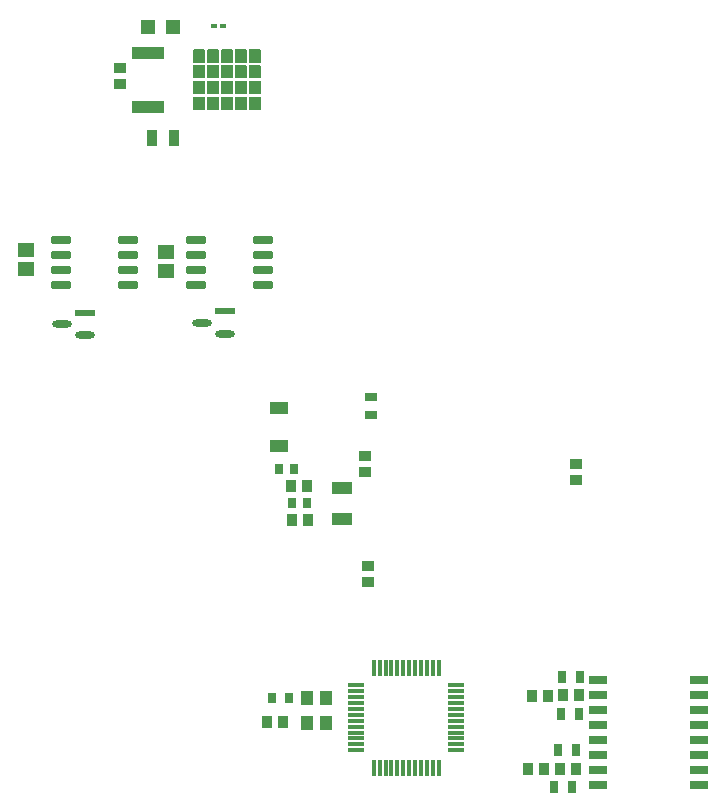
<source format=gbp>
G04*
G04 #@! TF.GenerationSoftware,Altium Limited,Altium Designer,23.5.1 (21)*
G04*
G04 Layer_Color=128*
%FSLAX25Y25*%
%MOIN*%
G70*
G04*
G04 #@! TF.SameCoordinates,80D67788-F2EE-4A8B-BDA7-D5AA6EA99E9C*
G04*
G04*
G04 #@! TF.FilePolarity,Positive*
G04*
G01*
G75*
%ADD19R,0.03937X0.02953*%
%ADD20R,0.02985X0.03197*%
%ADD23R,0.03543X0.03937*%
%ADD25R,0.03937X0.03543*%
%ADD40R,0.02165X0.01772*%
%ADD41R,0.04724X0.04724*%
%ADD42R,0.04134X0.03543*%
%ADD119R,0.02953X0.03937*%
%ADD120R,0.06496X0.02992*%
%ADD121R,0.01181X0.05807*%
%ADD122R,0.05807X0.01181*%
%ADD123R,0.06528X0.04156*%
%ADD124R,0.05906X0.03937*%
G04:AMPARAMS|DCode=125|XSize=25.59mil|YSize=64.96mil|CornerRadius=1.92mil|HoleSize=0mil|Usage=FLASHONLY|Rotation=270.000|XOffset=0mil|YOffset=0mil|HoleType=Round|Shape=RoundedRectangle|*
%AMROUNDEDRECTD125*
21,1,0.02559,0.06112,0,0,270.0*
21,1,0.02175,0.06496,0,0,270.0*
1,1,0.00384,-0.03056,-0.01088*
1,1,0.00384,-0.03056,0.01088*
1,1,0.00384,0.03056,0.01088*
1,1,0.00384,0.03056,-0.01088*
%
%ADD125ROUNDEDRECTD125*%
G04:AMPARAMS|DCode=126|XSize=65.17mil|YSize=23.72mil|CornerRadius=11.86mil|HoleSize=0mil|Usage=FLASHONLY|Rotation=180.000|XOffset=0mil|YOffset=0mil|HoleType=Round|Shape=RoundedRectangle|*
%AMROUNDEDRECTD126*
21,1,0.06517,0.00000,0,0,180.0*
21,1,0.04145,0.02372,0,0,180.0*
1,1,0.02372,-0.02072,0.00000*
1,1,0.02372,0.02072,0.00000*
1,1,0.02372,0.02072,0.00000*
1,1,0.02372,-0.02072,0.00000*
%
%ADD126ROUNDEDRECTD126*%
%ADD127R,0.06517X0.02372*%
%ADD128R,0.05709X0.05118*%
G04:AMPARAMS|DCode=130|XSize=108.27mil|YSize=39.37mil|CornerRadius=1.97mil|HoleSize=0mil|Usage=FLASHONLY|Rotation=0.000|XOffset=0mil|YOffset=0mil|HoleType=Round|Shape=RoundedRectangle|*
%AMROUNDEDRECTD130*
21,1,0.10827,0.03543,0,0,0.0*
21,1,0.10433,0.03937,0,0,0.0*
1,1,0.00394,0.05217,-0.01772*
1,1,0.00394,-0.05217,-0.01772*
1,1,0.00394,-0.05217,0.01772*
1,1,0.00394,0.05217,0.01772*
%
%ADD130ROUNDEDRECTD130*%
%ADD131R,0.03740X0.05512*%
%ADD132R,0.03150X0.03543*%
%ADD133R,0.04331X0.05118*%
G36*
X227635Y482549D02*
X227691Y482493D01*
X227720Y482421D01*
Y482382D01*
Y478327D01*
Y478288D01*
X227691Y478215D01*
X227635Y478160D01*
X227563Y478130D01*
X224020D01*
X223948Y478160D01*
X223892Y478215D01*
X223862Y478288D01*
Y478327D01*
Y482382D01*
Y482421D01*
X223892Y482493D01*
X223948Y482549D01*
X224020Y482579D01*
X227563D01*
X227635Y482549D01*
D02*
G37*
G36*
X222989D02*
X223045Y482493D01*
X223075Y482421D01*
Y482382D01*
Y478327D01*
Y478288D01*
X223045Y478215D01*
X222989Y478160D01*
X222917Y478130D01*
X219374D01*
X219302Y478160D01*
X219247Y478215D01*
X219216Y478288D01*
Y478327D01*
Y482382D01*
Y482421D01*
X219247Y482493D01*
X219302Y482549D01*
X219374Y482579D01*
X222917D01*
X222989Y482549D01*
D02*
G37*
G36*
X218344D02*
X218399Y482493D01*
X218429Y482421D01*
Y482382D01*
Y478327D01*
Y478288D01*
X218399Y478215D01*
X218344Y478160D01*
X218271Y478130D01*
X214728D01*
X214656Y478160D01*
X214601Y478215D01*
X214571Y478288D01*
Y478327D01*
Y482382D01*
Y482421D01*
X214601Y482493D01*
X214656Y482549D01*
X214728Y482579D01*
X218271D01*
X218344Y482549D01*
D02*
G37*
G36*
X213698D02*
X213754Y482493D01*
X213784Y482421D01*
Y482382D01*
Y478327D01*
Y478288D01*
X213754Y478215D01*
X213698Y478160D01*
X213626Y478130D01*
X210083D01*
X210011Y478160D01*
X209955Y478215D01*
X209925Y478288D01*
Y478327D01*
Y482382D01*
Y482421D01*
X209955Y482493D01*
X210011Y482549D01*
X210083Y482579D01*
X213626D01*
X213698Y482549D01*
D02*
G37*
G36*
X209052D02*
X209108Y482493D01*
X209138Y482421D01*
Y482382D01*
Y478327D01*
Y478288D01*
X209108Y478215D01*
X209052Y478160D01*
X208980Y478130D01*
X205437D01*
X205365Y478160D01*
X205310Y478215D01*
X205279Y478288D01*
Y478327D01*
Y482382D01*
Y482421D01*
X205310Y482493D01*
X205365Y482549D01*
X205437Y482579D01*
X208980D01*
X209052Y482549D01*
D02*
G37*
G36*
X227635Y477313D02*
X227691Y477257D01*
X227720Y477185D01*
Y477146D01*
Y473091D01*
Y473051D01*
X227691Y472979D01*
X227635Y472924D01*
X227563Y472894D01*
X224020D01*
X223948Y472924D01*
X223892Y472979D01*
X223862Y473051D01*
Y473091D01*
Y477146D01*
Y477185D01*
X223892Y477257D01*
X223948Y477313D01*
X224020Y477343D01*
X227563D01*
X227635Y477313D01*
D02*
G37*
G36*
X222989D02*
X223045Y477257D01*
X223075Y477185D01*
Y477146D01*
Y473091D01*
Y473051D01*
X223045Y472979D01*
X222989Y472924D01*
X222917Y472894D01*
X219374D01*
X219302Y472924D01*
X219247Y472979D01*
X219216Y473051D01*
Y473091D01*
Y477146D01*
Y477185D01*
X219247Y477257D01*
X219302Y477313D01*
X219374Y477343D01*
X222917D01*
X222989Y477313D01*
D02*
G37*
G36*
X218344D02*
X218399Y477257D01*
X218429Y477185D01*
Y477146D01*
Y473091D01*
Y473051D01*
X218399Y472979D01*
X218344Y472924D01*
X218271Y472894D01*
X214728D01*
X214656Y472924D01*
X214601Y472979D01*
X214571Y473051D01*
Y473091D01*
Y477146D01*
Y477185D01*
X214601Y477257D01*
X214656Y477313D01*
X214728Y477343D01*
X218271D01*
X218344Y477313D01*
D02*
G37*
G36*
X213698D02*
X213754Y477257D01*
X213784Y477185D01*
Y477146D01*
Y473091D01*
Y473051D01*
X213754Y472979D01*
X213698Y472924D01*
X213626Y472894D01*
X210083D01*
X210011Y472924D01*
X209955Y472979D01*
X209925Y473051D01*
Y473091D01*
Y477146D01*
Y477185D01*
X209955Y477257D01*
X210011Y477313D01*
X210083Y477343D01*
X213626D01*
X213698Y477313D01*
D02*
G37*
G36*
X209052D02*
X209108Y477257D01*
X209138Y477185D01*
Y477146D01*
Y473091D01*
Y473051D01*
X209108Y472979D01*
X209052Y472924D01*
X208980Y472894D01*
X205437D01*
X205365Y472924D01*
X205310Y472979D01*
X205279Y473051D01*
Y473091D01*
Y477146D01*
Y477185D01*
X205310Y477257D01*
X205365Y477313D01*
X205437Y477343D01*
X208980D01*
X209052Y477313D01*
D02*
G37*
G36*
X227635Y472076D02*
X227691Y472021D01*
X227720Y471949D01*
Y471910D01*
Y467854D01*
Y467815D01*
X227691Y467743D01*
X227635Y467687D01*
X227563Y467658D01*
X224020D01*
X223948Y467687D01*
X223892Y467743D01*
X223862Y467815D01*
Y467854D01*
Y471910D01*
Y471949D01*
X223892Y472021D01*
X223948Y472076D01*
X224020Y472106D01*
X227563D01*
X227635Y472076D01*
D02*
G37*
G36*
X222989D02*
X223045Y472021D01*
X223075Y471949D01*
Y471910D01*
Y467854D01*
Y467815D01*
X223045Y467743D01*
X222989Y467687D01*
X222917Y467658D01*
X219374D01*
X219302Y467687D01*
X219247Y467743D01*
X219216Y467815D01*
Y467854D01*
Y471910D01*
Y471949D01*
X219247Y472021D01*
X219302Y472076D01*
X219374Y472106D01*
X222917D01*
X222989Y472076D01*
D02*
G37*
G36*
X218344D02*
X218399Y472021D01*
X218429Y471949D01*
Y471910D01*
Y467854D01*
Y467815D01*
X218399Y467743D01*
X218344Y467687D01*
X218271Y467658D01*
X214728D01*
X214656Y467687D01*
X214601Y467743D01*
X214571Y467815D01*
Y467854D01*
Y471910D01*
Y471949D01*
X214601Y472021D01*
X214656Y472076D01*
X214728Y472106D01*
X218271D01*
X218344Y472076D01*
D02*
G37*
G36*
X213698D02*
X213754Y472021D01*
X213784Y471949D01*
Y471910D01*
Y467854D01*
Y467815D01*
X213754Y467743D01*
X213698Y467687D01*
X213626Y467658D01*
X210083D01*
X210011Y467687D01*
X209955Y467743D01*
X209925Y467815D01*
Y467854D01*
Y471910D01*
Y471949D01*
X209955Y472021D01*
X210011Y472076D01*
X210083Y472106D01*
X213626D01*
X213698Y472076D01*
D02*
G37*
G36*
X209052D02*
X209108Y472021D01*
X209138Y471949D01*
Y471910D01*
Y467854D01*
Y467815D01*
X209108Y467743D01*
X209052Y467687D01*
X208980Y467658D01*
X205437D01*
X205365Y467687D01*
X205310Y467743D01*
X205279Y467815D01*
Y467854D01*
Y471910D01*
Y471949D01*
X205310Y472021D01*
X205365Y472076D01*
X205437Y472106D01*
X208980D01*
X209052Y472076D01*
D02*
G37*
G36*
X227635Y466840D02*
X227691Y466785D01*
X227720Y466712D01*
Y466673D01*
Y462618D01*
Y462579D01*
X227691Y462507D01*
X227635Y462451D01*
X227563Y462421D01*
X224020D01*
X223948Y462451D01*
X223892Y462507D01*
X223862Y462579D01*
Y462618D01*
Y466673D01*
Y466712D01*
X223892Y466785D01*
X223948Y466840D01*
X224020Y466870D01*
X227563D01*
X227635Y466840D01*
D02*
G37*
G36*
X222989D02*
X223045Y466785D01*
X223075Y466712D01*
Y466673D01*
Y462618D01*
Y462579D01*
X223045Y462507D01*
X222989Y462451D01*
X222917Y462421D01*
X219374D01*
X219302Y462451D01*
X219247Y462507D01*
X219216Y462579D01*
Y462618D01*
Y466673D01*
Y466712D01*
X219247Y466785D01*
X219302Y466840D01*
X219374Y466870D01*
X222917D01*
X222989Y466840D01*
D02*
G37*
G36*
X218344D02*
X218399Y466785D01*
X218429Y466712D01*
Y466673D01*
Y462618D01*
Y462579D01*
X218399Y462507D01*
X218344Y462451D01*
X218271Y462421D01*
X214728D01*
X214656Y462451D01*
X214601Y462507D01*
X214571Y462579D01*
Y462618D01*
Y466673D01*
Y466712D01*
X214601Y466785D01*
X214656Y466840D01*
X214728Y466870D01*
X218271D01*
X218344Y466840D01*
D02*
G37*
G36*
X213698D02*
X213754Y466785D01*
X213784Y466712D01*
Y466673D01*
Y462618D01*
Y462579D01*
X213754Y462507D01*
X213698Y462451D01*
X213626Y462421D01*
X210083D01*
X210011Y462451D01*
X209955Y462507D01*
X209925Y462579D01*
Y462618D01*
Y466673D01*
Y466712D01*
X209955Y466785D01*
X210011Y466840D01*
X210083Y466870D01*
X213626D01*
X213698Y466840D01*
D02*
G37*
G36*
X209052D02*
X209108Y466785D01*
X209138Y466712D01*
Y466673D01*
Y462618D01*
Y462579D01*
X209108Y462507D01*
X209052Y462451D01*
X208980Y462421D01*
X205437D01*
X205365Y462451D01*
X205310Y462507D01*
X205279Y462579D01*
Y462618D01*
Y466673D01*
Y466712D01*
X205310Y466785D01*
X205365Y466840D01*
X205437Y466870D01*
X208980D01*
X209052Y466840D01*
D02*
G37*
D19*
X264600Y360647D02*
D03*
Y366553D02*
D03*
D20*
X234032Y342600D02*
D03*
X238968D02*
D03*
X238332Y331300D02*
D03*
X243268D02*
D03*
D23*
X237900Y337000D02*
D03*
X243215D02*
D03*
X328643Y267300D02*
D03*
X333958D02*
D03*
X327542Y242600D02*
D03*
X332857D02*
D03*
X238142Y325800D02*
D03*
X243458D02*
D03*
X229743Y258500D02*
D03*
X235057D02*
D03*
X323458Y267100D02*
D03*
X318143D02*
D03*
X322358Y242700D02*
D03*
X317042D02*
D03*
D25*
X262600Y347158D02*
D03*
Y341843D02*
D03*
X180900Y476358D02*
D03*
Y471042D02*
D03*
X263500Y310457D02*
D03*
Y305142D02*
D03*
D40*
X215276Y490300D02*
D03*
X212324D02*
D03*
D41*
X190366Y490200D02*
D03*
X198634D02*
D03*
D42*
X332800Y344357D02*
D03*
Y339042D02*
D03*
D119*
X332953Y248900D02*
D03*
X327047D02*
D03*
X325547Y236800D02*
D03*
X331453D02*
D03*
X327947Y260900D02*
D03*
X333853D02*
D03*
X328347Y273300D02*
D03*
X334253D02*
D03*
D120*
X340248Y237300D02*
D03*
X373752D02*
D03*
X340248Y242300D02*
D03*
Y247300D02*
D03*
Y252300D02*
D03*
Y257300D02*
D03*
Y262300D02*
D03*
Y267300D02*
D03*
Y272300D02*
D03*
X373752Y242300D02*
D03*
Y247300D02*
D03*
Y252300D02*
D03*
Y257300D02*
D03*
Y262300D02*
D03*
Y267300D02*
D03*
Y272300D02*
D03*
D121*
X287127Y276485D02*
D03*
X285158D02*
D03*
X283190D02*
D03*
X281221D02*
D03*
X279253D02*
D03*
X277284D02*
D03*
X275316D02*
D03*
X273347D02*
D03*
X271379D02*
D03*
X269410D02*
D03*
X267442D02*
D03*
X265473D02*
D03*
Y243115D02*
D03*
X267442D02*
D03*
X269410D02*
D03*
X271379D02*
D03*
X273347D02*
D03*
X275316D02*
D03*
X277284D02*
D03*
X279253D02*
D03*
X281221D02*
D03*
X283190D02*
D03*
X285158D02*
D03*
X287127D02*
D03*
D122*
X259615Y270627D02*
D03*
Y268658D02*
D03*
Y266690D02*
D03*
Y264721D02*
D03*
Y262753D02*
D03*
Y260784D02*
D03*
Y258816D02*
D03*
Y256847D02*
D03*
Y254879D02*
D03*
Y252910D02*
D03*
Y250942D02*
D03*
Y248973D02*
D03*
X292985D02*
D03*
Y250942D02*
D03*
Y252910D02*
D03*
Y254879D02*
D03*
Y256847D02*
D03*
Y258816D02*
D03*
Y260784D02*
D03*
Y262753D02*
D03*
Y264721D02*
D03*
Y266690D02*
D03*
Y268658D02*
D03*
Y270627D02*
D03*
D123*
X255000Y326177D02*
D03*
Y336423D02*
D03*
D124*
X233900Y350301D02*
D03*
Y362899D02*
D03*
D125*
X161378Y404000D02*
D03*
Y409000D02*
D03*
Y414000D02*
D03*
Y419000D02*
D03*
X183622Y404000D02*
D03*
Y409000D02*
D03*
Y414000D02*
D03*
Y419000D02*
D03*
X228622D02*
D03*
Y414000D02*
D03*
Y409000D02*
D03*
Y404000D02*
D03*
X206378Y419000D02*
D03*
Y414000D02*
D03*
Y409000D02*
D03*
Y404000D02*
D03*
D126*
X208159Y391500D02*
D03*
X215841Y387760D02*
D03*
X161660Y391000D02*
D03*
X169341Y387260D02*
D03*
D127*
X215841Y395240D02*
D03*
X169341Y394740D02*
D03*
D128*
X149500Y415600D02*
D03*
Y409301D02*
D03*
X196200Y408650D02*
D03*
Y414950D02*
D03*
D130*
X190122Y481516D02*
D03*
Y463484D02*
D03*
D131*
X198742Y453200D02*
D03*
X191458D02*
D03*
D132*
X231447Y266300D02*
D03*
X237353D02*
D03*
D133*
X249648Y258166D02*
D03*
Y266434D02*
D03*
X243152D02*
D03*
Y258166D02*
D03*
M02*

</source>
